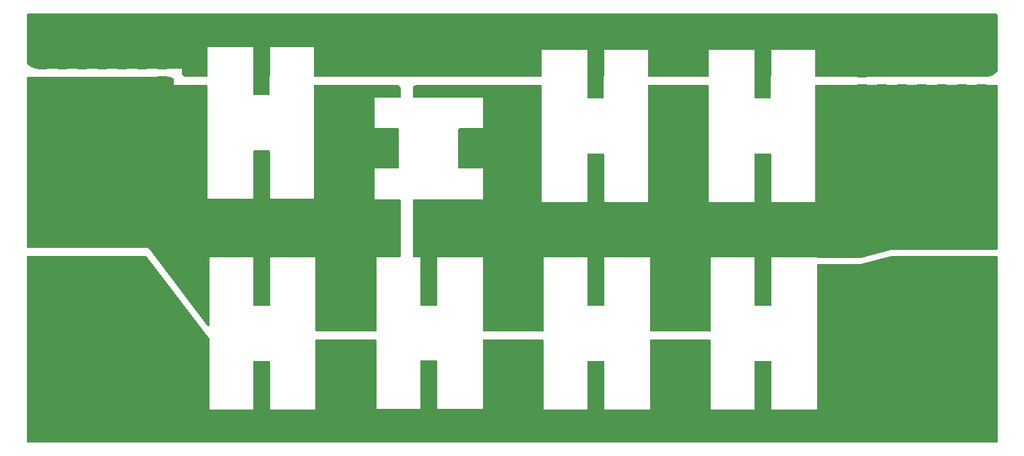
<source format=gbr>
%TF.GenerationSoftware,KiCad,Pcbnew,8.0.7*%
%TF.CreationDate,2025-01-31T21:54:53-05:00*%
%TF.ProjectId,filter_board,66696c74-6572-45f6-926f-6172642e6b69,rev?*%
%TF.SameCoordinates,Original*%
%TF.FileFunction,Copper,L1,Top*%
%TF.FilePolarity,Positive*%
%FSLAX46Y46*%
G04 Gerber Fmt 4.6, Leading zero omitted, Abs format (unit mm)*
G04 Created by KiCad (PCBNEW 8.0.7) date 2025-01-31 21:54:53*
%MOMM*%
%LPD*%
G01*
G04 APERTURE LIST*
G04 Aperture macros list*
%AMRoundRect*
0 Rectangle with rounded corners*
0 $1 Rounding radius*
0 $2 $3 $4 $5 $6 $7 $8 $9 X,Y pos of 4 corners*
0 Add a 4 corners polygon primitive as box body*
4,1,4,$2,$3,$4,$5,$6,$7,$8,$9,$2,$3,0*
0 Add four circle primitives for the rounded corners*
1,1,$1+$1,$2,$3*
1,1,$1+$1,$4,$5*
1,1,$1+$1,$6,$7*
1,1,$1+$1,$8,$9*
0 Add four rect primitives between the rounded corners*
20,1,$1+$1,$2,$3,$4,$5,0*
20,1,$1+$1,$4,$5,$6,$7,0*
20,1,$1+$1,$6,$7,$8,$9,0*
20,1,$1+$1,$8,$9,$2,$3,0*%
G04 Aperture macros list end*
%TA.AperFunction,ComponentPad*%
%ADD10C,4.000000*%
%TD*%
%TA.AperFunction,ComponentPad*%
%ADD11C,11.000000*%
%TD*%
%TA.AperFunction,SMDPad,CuDef*%
%ADD12RoundRect,0.250000X0.475000X-0.250000X0.475000X0.250000X-0.475000X0.250000X-0.475000X-0.250000X0*%
%TD*%
%TA.AperFunction,SMDPad,CuDef*%
%ADD13R,2.006600X7.416800*%
%TD*%
%TA.AperFunction,SMDPad,CuDef*%
%ADD14R,3.225800X4.953000*%
%TD*%
%TA.AperFunction,SMDPad,CuDef*%
%ADD15RoundRect,0.250000X0.450000X-0.262500X0.450000X0.262500X-0.450000X0.262500X-0.450000X-0.262500X0*%
%TD*%
%TA.AperFunction,ViaPad*%
%ADD16C,0.600000*%
%TD*%
G04 APERTURE END LIST*
D10*
%TO.P,J4,1,Pin_1*%
%TO.N,GND*%
X209000000Y-145800000D03*
%TD*%
%TO.P,J3,1,Pin_1*%
%TO.N,/VOUT*%
X209000000Y-126800000D03*
%TD*%
D11*
%TO.P,J1,2,Pin_2*%
%TO.N,GND*%
X209000000Y-137025000D03*
%TO.P,J1,1,Pin_1*%
%TO.N,/VOUT*%
X209000000Y-117975000D03*
%TD*%
%TO.P,J2,1,Pin_1*%
%TO.N,/VIN*%
X104000000Y-117975000D03*
%TO.P,J2,2,Pin_2*%
%TO.N,GND*%
X104000000Y-137025000D03*
%TD*%
D12*
%TO.P,C18,1*%
%TO.N,/VIN*%
X107500000Y-108987500D03*
%TO.P,C18,2*%
%TO.N,GND*%
X107500000Y-107087500D03*
%TD*%
%TO.P,C17,1*%
%TO.N,/VIN*%
X105000000Y-108987500D03*
%TO.P,C17,2*%
%TO.N,GND*%
X105000000Y-107087500D03*
%TD*%
D13*
%TO.P,C1,1*%
%TO.N,/VOUT*%
X167000000Y-121901800D03*
%TO.P,C1,2*%
%TO.N,GND*%
X167000000Y-107500000D03*
%TD*%
%TO.P,C5,1*%
%TO.N,/VOUT*%
X188000000Y-133549100D03*
%TO.P,C5,2*%
%TO.N,GND*%
X188000000Y-147950900D03*
%TD*%
D14*
%TO.P,L1,1,1*%
%TO.N,/VIN*%
X140602500Y-117500000D03*
%TO.P,L1,2,2*%
%TO.N,/VOUT*%
X151397500Y-117500000D03*
%TD*%
D13*
%TO.P,C2,1*%
%TO.N,/VOUT*%
X188000000Y-121901800D03*
%TO.P,C2,2*%
%TO.N,GND*%
X188000000Y-107500000D03*
%TD*%
%TO.P,C3,1*%
%TO.N,/VOUT*%
X146000000Y-133500000D03*
%TO.P,C3,2*%
%TO.N,GND*%
X146000000Y-147901800D03*
%TD*%
D12*
%TO.P,C11,1*%
%TO.N,/VOUT*%
X210500000Y-109900000D03*
%TO.P,C11,2*%
%TO.N,GND*%
X210500000Y-108000000D03*
%TD*%
D13*
%TO.P,C7,1*%
%TO.N,/VIN*%
X125000000Y-133549100D03*
%TO.P,C7,2*%
%TO.N,GND*%
X125000000Y-147950900D03*
%TD*%
%TO.P,C4,1*%
%TO.N,/VOUT*%
X167000000Y-133549100D03*
%TO.P,C4,2*%
%TO.N,GND*%
X167000000Y-147950900D03*
%TD*%
D12*
%TO.P,C10,1*%
%TO.N,/VOUT*%
X208000000Y-109900000D03*
%TO.P,C10,2*%
%TO.N,GND*%
X208000000Y-108000000D03*
%TD*%
%TO.P,C13,1*%
%TO.N,/VOUT*%
X215500000Y-109900000D03*
%TO.P,C13,2*%
%TO.N,GND*%
X215500000Y-108000000D03*
%TD*%
D13*
%TO.P,C6,1*%
%TO.N,/VIN*%
X125000000Y-121500000D03*
%TO.P,C6,2*%
%TO.N,GND*%
X125000000Y-107098200D03*
%TD*%
D12*
%TO.P,C15,1*%
%TO.N,/VIN*%
X100000000Y-108987500D03*
%TO.P,C15,2*%
%TO.N,GND*%
X100000000Y-107087500D03*
%TD*%
%TO.P,C12,1*%
%TO.N,/VOUT*%
X213000000Y-109900000D03*
%TO.P,C12,2*%
%TO.N,GND*%
X213000000Y-108000000D03*
%TD*%
%TO.P,C19,1*%
%TO.N,/VIN*%
X110000000Y-108987500D03*
%TO.P,C19,2*%
%TO.N,GND*%
X110000000Y-107087500D03*
%TD*%
%TO.P,C8,1*%
%TO.N,/VOUT*%
X202980000Y-109900000D03*
%TO.P,C8,2*%
%TO.N,GND*%
X202980000Y-108000000D03*
%TD*%
%TO.P,C9,1*%
%TO.N,/VOUT*%
X205500000Y-109900000D03*
%TO.P,C9,2*%
%TO.N,GND*%
X205500000Y-108000000D03*
%TD*%
D15*
%TO.P,R2,1*%
%TO.N,/VIN*%
X112500000Y-108912500D03*
%TO.P,R2,2*%
%TO.N,GND*%
X112500000Y-107087500D03*
%TD*%
D12*
%TO.P,C16,1*%
%TO.N,/VIN*%
X102500000Y-108987500D03*
%TO.P,C16,2*%
%TO.N,GND*%
X102500000Y-107087500D03*
%TD*%
D15*
%TO.P,R1,1*%
%TO.N,/VOUT*%
X200480000Y-109912500D03*
%TO.P,R1,2*%
%TO.N,GND*%
X200480000Y-108087500D03*
%TD*%
D12*
%TO.P,C14,1*%
%TO.N,/VIN*%
X97500000Y-108987500D03*
%TO.P,C14,2*%
%TO.N,GND*%
X97500000Y-107087500D03*
%TD*%
D16*
%TO.N,GND*%
X97000000Y-136000000D03*
X97000000Y-138500000D03*
X114500000Y-106500000D03*
X172000000Y-153500000D03*
X107000000Y-101500000D03*
X209500000Y-153500000D03*
X124500000Y-153500000D03*
X182000000Y-101500000D03*
X169500000Y-101500000D03*
X122000000Y-151000000D03*
X192000000Y-101500000D03*
X204500000Y-104000000D03*
X97000000Y-141000000D03*
X107000000Y-143500000D03*
X204500000Y-106500000D03*
X109500000Y-101500000D03*
X172000000Y-151000000D03*
X164500000Y-153500000D03*
X172000000Y-101500000D03*
X154500000Y-151000000D03*
X192000000Y-151000000D03*
X99500000Y-101500000D03*
X164500000Y-101500000D03*
X99500000Y-148500000D03*
X157000000Y-146000000D03*
X114500000Y-101500000D03*
X202000000Y-143500000D03*
X157000000Y-151000000D03*
X212000000Y-101500000D03*
X149500000Y-101500000D03*
X182000000Y-151000000D03*
X112000000Y-143500000D03*
X162000000Y-153500000D03*
X132000000Y-153500000D03*
X112000000Y-148500000D03*
X127000000Y-153500000D03*
X159500000Y-151000000D03*
X209500000Y-104000000D03*
X197000000Y-148500000D03*
X112000000Y-104000000D03*
X122000000Y-104000000D03*
X177000000Y-153500000D03*
X152000000Y-106500000D03*
X174500000Y-106500000D03*
X157000000Y-101500000D03*
X109500000Y-143500000D03*
X149500000Y-106500000D03*
X104500000Y-104000000D03*
X139500000Y-101500000D03*
X97000000Y-143500000D03*
X114500000Y-143500000D03*
X197000000Y-151000000D03*
X199500000Y-148500000D03*
X214500000Y-104000000D03*
X189500000Y-153500000D03*
X142000000Y-106500000D03*
X179500000Y-151000000D03*
X204500000Y-101500000D03*
X152000000Y-104000000D03*
X114500000Y-151000000D03*
X139500000Y-151000000D03*
X202000000Y-138500000D03*
X137000000Y-148500000D03*
X204500000Y-146000000D03*
X134500000Y-106500000D03*
X189500000Y-101500000D03*
X134500000Y-104000000D03*
X189500000Y-151000000D03*
X117000000Y-146000000D03*
X202000000Y-133500000D03*
X129500000Y-101500000D03*
X157000000Y-104000000D03*
X104500000Y-153500000D03*
X159500000Y-101500000D03*
X197000000Y-133500000D03*
X132000000Y-151000000D03*
X149500000Y-104000000D03*
X104500000Y-146000000D03*
X122000000Y-153500000D03*
X157000000Y-106500000D03*
X209500000Y-106500000D03*
X159500000Y-104000000D03*
X202000000Y-146000000D03*
X102000000Y-104000000D03*
X112000000Y-101500000D03*
X117000000Y-101500000D03*
X109500000Y-104000000D03*
X102000000Y-101500000D03*
X134500000Y-101500000D03*
X99500000Y-146000000D03*
X137000000Y-146000000D03*
X212000000Y-143500000D03*
X102000000Y-146000000D03*
X164500000Y-104000000D03*
X134500000Y-153500000D03*
X147000000Y-153500000D03*
X112000000Y-141000000D03*
X142000000Y-104000000D03*
X139500000Y-104000000D03*
X127000000Y-151000000D03*
X107000000Y-104000000D03*
X164500000Y-151000000D03*
X119500000Y-151000000D03*
X187000000Y-153500000D03*
X159500000Y-153500000D03*
X152000000Y-151000000D03*
X117000000Y-106500000D03*
X179500000Y-148500000D03*
X157000000Y-143500000D03*
X159500000Y-148500000D03*
X137000000Y-151000000D03*
X137000000Y-106500000D03*
X109500000Y-146000000D03*
X207000000Y-153500000D03*
X179500000Y-101500000D03*
X194500000Y-101500000D03*
X137000000Y-104000000D03*
X132000000Y-101500000D03*
X162000000Y-104000000D03*
X177000000Y-151000000D03*
X154500000Y-101500000D03*
X97000000Y-153500000D03*
X137000000Y-143500000D03*
X154500000Y-106500000D03*
X177000000Y-101500000D03*
X117000000Y-143500000D03*
X129500000Y-104000000D03*
X179500000Y-104000000D03*
X209500000Y-151000000D03*
X199500000Y-146000000D03*
X122000000Y-101500000D03*
X174500000Y-101500000D03*
X97000000Y-148500000D03*
X189500000Y-104000000D03*
X99500000Y-143500000D03*
X147000000Y-104000000D03*
X202000000Y-153500000D03*
X212000000Y-151000000D03*
X104500000Y-151000000D03*
X162000000Y-101500000D03*
X214500000Y-106500000D03*
X212000000Y-148500000D03*
X127000000Y-101500000D03*
X174500000Y-146000000D03*
X109500000Y-148500000D03*
X197000000Y-136000000D03*
X129500000Y-153500000D03*
X147000000Y-101500000D03*
X134500000Y-143500000D03*
X199500000Y-136000000D03*
X167000000Y-101500000D03*
X212000000Y-153500000D03*
X169500000Y-151000000D03*
X199500000Y-153500000D03*
X194500000Y-153500000D03*
X159500000Y-146000000D03*
X199500000Y-101500000D03*
X184500000Y-153500000D03*
X174500000Y-148500000D03*
X179500000Y-106500000D03*
X107000000Y-148500000D03*
X102000000Y-151000000D03*
X154500000Y-153500000D03*
X184500000Y-104000000D03*
X204500000Y-151000000D03*
X179500000Y-153500000D03*
X112000000Y-136000000D03*
X207000000Y-151000000D03*
X114500000Y-153500000D03*
X204500000Y-143500000D03*
X144500000Y-153500000D03*
X152000000Y-153500000D03*
X109500000Y-133500000D03*
X202000000Y-141000000D03*
X197000000Y-143500000D03*
X197000000Y-141000000D03*
X174500000Y-151000000D03*
X154500000Y-104000000D03*
X107000000Y-153500000D03*
X97000000Y-146000000D03*
X114500000Y-148500000D03*
X102000000Y-148500000D03*
X154500000Y-143500000D03*
X184500000Y-101500000D03*
X207000000Y-101500000D03*
X199500000Y-143500000D03*
X169500000Y-104000000D03*
X144500000Y-101500000D03*
X109500000Y-151000000D03*
X154500000Y-148500000D03*
X192000000Y-104000000D03*
X99500000Y-151000000D03*
X144500000Y-104000000D03*
X142000000Y-151000000D03*
X197000000Y-146000000D03*
X157000000Y-148500000D03*
X127000000Y-104000000D03*
X117000000Y-153500000D03*
X179500000Y-146000000D03*
X214500000Y-148500000D03*
X134500000Y-146000000D03*
X152000000Y-101500000D03*
X179500000Y-143500000D03*
X169500000Y-153500000D03*
X172000000Y-104000000D03*
X207000000Y-148500000D03*
X204500000Y-148500000D03*
X102000000Y-143500000D03*
X119500000Y-153500000D03*
X117000000Y-148500000D03*
X177000000Y-104000000D03*
X107000000Y-146000000D03*
X167000000Y-153500000D03*
X212000000Y-146000000D03*
X144500000Y-106500000D03*
X199500000Y-138500000D03*
X119500000Y-101500000D03*
X214500000Y-133500000D03*
X207000000Y-106500000D03*
X104500000Y-143500000D03*
X192000000Y-153500000D03*
X214500000Y-151000000D03*
X214500000Y-153500000D03*
X202000000Y-101500000D03*
X112000000Y-138500000D03*
X199500000Y-151000000D03*
X214500000Y-143500000D03*
X132000000Y-104000000D03*
X102000000Y-153500000D03*
X139500000Y-106500000D03*
X124500000Y-101500000D03*
X197000000Y-104000000D03*
X154500000Y-146000000D03*
X97000000Y-104000000D03*
X159500000Y-106500000D03*
X159500000Y-143500000D03*
X209500000Y-148500000D03*
X137000000Y-101500000D03*
X197000000Y-138500000D03*
X202000000Y-148500000D03*
X202000000Y-106500000D03*
X114500000Y-104000000D03*
X129500000Y-151000000D03*
X137000000Y-153500000D03*
X107000000Y-151000000D03*
X207000000Y-104000000D03*
X214500000Y-101500000D03*
X117000000Y-104000000D03*
X99500000Y-153500000D03*
X202000000Y-104000000D03*
X149500000Y-151000000D03*
X119500000Y-104000000D03*
X202000000Y-151000000D03*
X182000000Y-153500000D03*
X209500000Y-101500000D03*
X112000000Y-151000000D03*
X197000000Y-106500000D03*
X187000000Y-101500000D03*
X144500000Y-151000000D03*
X104500000Y-148500000D03*
X157000000Y-153500000D03*
X109500000Y-153500000D03*
X99500000Y-104000000D03*
X142000000Y-101500000D03*
X139500000Y-153500000D03*
X104500000Y-101500000D03*
X202000000Y-136000000D03*
X194500000Y-151000000D03*
X97000000Y-151000000D03*
X177000000Y-146000000D03*
X142000000Y-153500000D03*
X162000000Y-151000000D03*
X177000000Y-143500000D03*
X147000000Y-106500000D03*
X174500000Y-104000000D03*
X194500000Y-104000000D03*
X134500000Y-148500000D03*
X182000000Y-104000000D03*
X112000000Y-153500000D03*
X199500000Y-141000000D03*
X114500000Y-146000000D03*
X212000000Y-106500000D03*
X132000000Y-106500000D03*
X214500000Y-146000000D03*
X97000000Y-133500000D03*
X199500000Y-104000000D03*
X204500000Y-153500000D03*
X197000000Y-153500000D03*
X117000000Y-151000000D03*
X134500000Y-151000000D03*
X199500000Y-106500000D03*
X174500000Y-153500000D03*
X109500000Y-141000000D03*
X199500000Y-133500000D03*
X112000000Y-146000000D03*
X177000000Y-148500000D03*
X214500000Y-141000000D03*
X212000000Y-104000000D03*
X174500000Y-143500000D03*
X184500000Y-151000000D03*
X177000000Y-106500000D03*
X197000000Y-101500000D03*
X149500000Y-153500000D03*
X97000000Y-101500000D03*
%TD*%
%TA.AperFunction,Conductor*%
%TO.N,GND*%
G36*
X217337397Y-100520185D02*
G01*
X217358039Y-100536819D01*
X217463181Y-100641961D01*
X217496666Y-100703284D01*
X217499500Y-100729642D01*
X217499500Y-107770358D01*
X217479815Y-107837397D01*
X217463185Y-107858034D01*
X217321220Y-108000000D01*
X217315994Y-108005226D01*
X217302624Y-108016811D01*
X217088380Y-108177193D01*
X217073496Y-108186758D01*
X216838617Y-108315011D01*
X216822524Y-108322361D01*
X216571770Y-108415888D01*
X216554794Y-108420872D01*
X216293297Y-108477757D01*
X216275785Y-108480275D01*
X216004418Y-108499684D01*
X215995572Y-108500000D01*
X194674400Y-108500000D01*
X194607361Y-108480315D01*
X194561606Y-108427511D01*
X194550400Y-108376000D01*
X194550400Y-105150500D01*
X189054100Y-105150500D01*
X189054100Y-108376000D01*
X189034415Y-108443039D01*
X188981611Y-108488794D01*
X188930100Y-108500000D01*
X187069900Y-108500000D01*
X187002861Y-108480315D01*
X186957106Y-108427511D01*
X186945900Y-108376000D01*
X186945900Y-105150500D01*
X181199600Y-105150500D01*
X181199600Y-108376000D01*
X181179915Y-108443039D01*
X181127111Y-108488794D01*
X181075600Y-108500000D01*
X173674400Y-108500000D01*
X173607361Y-108480315D01*
X173561606Y-108427511D01*
X173550400Y-108376000D01*
X173550400Y-105150500D01*
X168054100Y-105150500D01*
X168054100Y-108376000D01*
X168034415Y-108443039D01*
X167981611Y-108488794D01*
X167930100Y-108500000D01*
X166069900Y-108500000D01*
X166002861Y-108480315D01*
X165957106Y-108427511D01*
X165945900Y-108376000D01*
X165945900Y-105150500D01*
X160199600Y-105150500D01*
X160199600Y-108376000D01*
X160179915Y-108443039D01*
X160127111Y-108488794D01*
X160075600Y-108500000D01*
X131674400Y-108500000D01*
X131607361Y-108480315D01*
X131561606Y-108427511D01*
X131550400Y-108376000D01*
X131550400Y-104748700D01*
X126054100Y-104748700D01*
X126054100Y-108376000D01*
X126034415Y-108443039D01*
X125981611Y-108488794D01*
X125930100Y-108500000D01*
X124069900Y-108500000D01*
X124002861Y-108480315D01*
X123957106Y-108427511D01*
X123945900Y-108376000D01*
X123945900Y-104748700D01*
X118199600Y-104748700D01*
X118199600Y-108376000D01*
X118179915Y-108443039D01*
X118127111Y-108488794D01*
X118075600Y-108500000D01*
X115508126Y-108500000D01*
X115491941Y-108498939D01*
X115478917Y-108497224D01*
X115386775Y-108485093D01*
X115355508Y-108476715D01*
X115265081Y-108439259D01*
X115237048Y-108423074D01*
X115159398Y-108363491D01*
X115136508Y-108340601D01*
X115076925Y-108262951D01*
X115060740Y-108234918D01*
X115023284Y-108144491D01*
X115014906Y-108113223D01*
X115000000Y-108000000D01*
X115000000Y-107500000D01*
X114500000Y-107500000D01*
X114499993Y-107500000D01*
X97004428Y-107500000D01*
X96995582Y-107499684D01*
X96724214Y-107480275D01*
X96706702Y-107477757D01*
X96445205Y-107420872D01*
X96428229Y-107415888D01*
X96177475Y-107322361D01*
X96161382Y-107315011D01*
X95926503Y-107186758D01*
X95911619Y-107177193D01*
X95697375Y-107016811D01*
X95684005Y-107005225D01*
X95536819Y-106858039D01*
X95503334Y-106796716D01*
X95500500Y-106770358D01*
X95500500Y-100729642D01*
X95520185Y-100662603D01*
X95536819Y-100641961D01*
X95641961Y-100536819D01*
X95703284Y-100503334D01*
X95729642Y-100500500D01*
X217270358Y-100500500D01*
X217337397Y-100520185D01*
G37*
%TD.AperFunction*%
%TD*%
%TA.AperFunction,Conductor*%
%TO.N,/VIN*%
G36*
X113508059Y-108501061D02*
G01*
X113613223Y-108514906D01*
X113644491Y-108523284D01*
X113734918Y-108560740D01*
X113762952Y-108576925D01*
X113840602Y-108636509D01*
X113863491Y-108659398D01*
X113923074Y-108737048D01*
X113939259Y-108765081D01*
X113976715Y-108855508D01*
X113985093Y-108886775D01*
X113997840Y-108983593D01*
X114000000Y-109000000D01*
X114000000Y-109500000D01*
X118075600Y-109500000D01*
X118142639Y-109519685D01*
X118188394Y-109572489D01*
X118199600Y-109624000D01*
X118199600Y-123849500D01*
X123945900Y-123849500D01*
X123945900Y-117864800D01*
X123965585Y-117797761D01*
X124018389Y-117752006D01*
X124069900Y-117740800D01*
X125930100Y-117740800D01*
X125997139Y-117760485D01*
X126042894Y-117813289D01*
X126054100Y-117864800D01*
X126054100Y-123849500D01*
X131550400Y-123849500D01*
X131550400Y-109624000D01*
X131570085Y-109556961D01*
X131622889Y-109511206D01*
X131674400Y-109500000D01*
X139192800Y-109500000D01*
X141991874Y-109500000D01*
X142008059Y-109501061D01*
X142113223Y-109514906D01*
X142144491Y-109523284D01*
X142234918Y-109560740D01*
X142262952Y-109576925D01*
X142340602Y-109636509D01*
X142363491Y-109659398D01*
X142423074Y-109737048D01*
X142439259Y-109765081D01*
X142476715Y-109855508D01*
X142485093Y-109886775D01*
X142498939Y-109991939D01*
X142500000Y-110008125D01*
X142500000Y-110975200D01*
X142480315Y-111042239D01*
X142427511Y-111087994D01*
X142376000Y-111099200D01*
X139192800Y-111099200D01*
X139192800Y-114972700D01*
X142142200Y-114972700D01*
X142209239Y-114992385D01*
X142254994Y-115045189D01*
X142266200Y-115096700D01*
X142266200Y-119903300D01*
X142246515Y-119970339D01*
X142193711Y-120016094D01*
X142142200Y-120027300D01*
X139192800Y-120027300D01*
X139192800Y-123900800D01*
X142376000Y-123900800D01*
X142443039Y-123920485D01*
X142488794Y-123973289D01*
X142500000Y-124024800D01*
X142500000Y-131026500D01*
X142480315Y-131093539D01*
X142427511Y-131139294D01*
X142376000Y-131150500D01*
X139449600Y-131150500D01*
X139449600Y-140376000D01*
X139429915Y-140443039D01*
X139377111Y-140488794D01*
X139325600Y-140500000D01*
X131924400Y-140500000D01*
X131857361Y-140480315D01*
X131811606Y-140427511D01*
X131800400Y-140376000D01*
X131800400Y-131199600D01*
X126054100Y-131199600D01*
X126054100Y-137184300D01*
X126034415Y-137251339D01*
X125981611Y-137297094D01*
X125930100Y-137308300D01*
X124069900Y-137308300D01*
X124002861Y-137288615D01*
X123957106Y-137235811D01*
X123945900Y-137184300D01*
X123945900Y-131199600D01*
X118449600Y-131199600D01*
X118449600Y-139738368D01*
X118429915Y-139805407D01*
X118377111Y-139851162D01*
X118307953Y-139861106D01*
X118244397Y-139832081D01*
X118226966Y-139813517D01*
X111663981Y-131199600D01*
X110900079Y-130196978D01*
X110900077Y-130196976D01*
X110750000Y-130000000D01*
X110502364Y-130000000D01*
X95624500Y-130000000D01*
X95557461Y-129980315D01*
X95511706Y-129927511D01*
X95500500Y-129876000D01*
X95500500Y-108624000D01*
X95520185Y-108556961D01*
X95572989Y-108511206D01*
X95624500Y-108500000D01*
X113491874Y-108500000D01*
X113508059Y-108501061D01*
G37*
%TD.AperFunction*%
%TD*%
%TA.AperFunction,Conductor*%
%TO.N,GND*%
G36*
X110505625Y-131019685D02*
G01*
X110537220Y-131048851D01*
X118424234Y-141400557D01*
X118449205Y-141465812D01*
X118449600Y-141475706D01*
X118449600Y-150300400D01*
X123945900Y-150300400D01*
X123945900Y-144315700D01*
X123965585Y-144248661D01*
X124018389Y-144202906D01*
X124069900Y-144191700D01*
X125930100Y-144191700D01*
X125997139Y-144211385D01*
X126042894Y-144264189D01*
X126054100Y-144315700D01*
X126054100Y-150300400D01*
X131800400Y-150300400D01*
X131800400Y-141624000D01*
X131820085Y-141556961D01*
X131872889Y-141511206D01*
X131924400Y-141500000D01*
X139325600Y-141500000D01*
X139392639Y-141519685D01*
X139438394Y-141572489D01*
X139449600Y-141624000D01*
X139449600Y-150251300D01*
X144945900Y-150251300D01*
X144945900Y-144266600D01*
X144965585Y-144199561D01*
X145018389Y-144153806D01*
X145069900Y-144142600D01*
X146930100Y-144142600D01*
X146997139Y-144162285D01*
X147042894Y-144215089D01*
X147054100Y-144266600D01*
X147054100Y-150251300D01*
X152800400Y-150251300D01*
X152800400Y-141624000D01*
X152820085Y-141556961D01*
X152872889Y-141511206D01*
X152924400Y-141500000D01*
X160325600Y-141500000D01*
X160392639Y-141519685D01*
X160438394Y-141572489D01*
X160449600Y-141624000D01*
X160449600Y-150300400D01*
X165945900Y-150300400D01*
X165945900Y-144315700D01*
X165965585Y-144248661D01*
X166018389Y-144202906D01*
X166069900Y-144191700D01*
X167930100Y-144191700D01*
X167997139Y-144211385D01*
X168042894Y-144264189D01*
X168054100Y-144315700D01*
X168054100Y-150300400D01*
X173800400Y-150300400D01*
X173800400Y-141624000D01*
X173820085Y-141556961D01*
X173872889Y-141511206D01*
X173924400Y-141500000D01*
X181325600Y-141500000D01*
X181392639Y-141519685D01*
X181438394Y-141572489D01*
X181449600Y-141624000D01*
X181449600Y-150300400D01*
X186945900Y-150300400D01*
X186945900Y-144315700D01*
X186965585Y-144248661D01*
X187018389Y-144202906D01*
X187069900Y-144191700D01*
X188930100Y-144191700D01*
X188997139Y-144211385D01*
X189042894Y-144264189D01*
X189054100Y-144315700D01*
X189054100Y-150300400D01*
X194800400Y-150300400D01*
X194800400Y-132124000D01*
X194820085Y-132056961D01*
X194872889Y-132011206D01*
X194924400Y-132000000D01*
X200250000Y-132000000D01*
X204235192Y-131003702D01*
X204265266Y-131000000D01*
X217375500Y-131000000D01*
X217442539Y-131019685D01*
X217488294Y-131072489D01*
X217499500Y-131124000D01*
X217499500Y-154375500D01*
X217479815Y-154442539D01*
X217427011Y-154488294D01*
X217375500Y-154499500D01*
X95624500Y-154499500D01*
X95557461Y-154479815D01*
X95511706Y-154427011D01*
X95500500Y-154375500D01*
X95500500Y-131124000D01*
X95520185Y-131056961D01*
X95572989Y-131011206D01*
X95624500Y-131000000D01*
X110438586Y-131000000D01*
X110505625Y-131019685D01*
G37*
%TD.AperFunction*%
%TD*%
%TA.AperFunction,Conductor*%
%TO.N,/VOUT*%
G36*
X160142639Y-109519685D02*
G01*
X160188394Y-109572489D01*
X160199600Y-109624000D01*
X160199600Y-124251300D01*
X165945900Y-124251300D01*
X165945900Y-118266600D01*
X165965585Y-118199561D01*
X166018389Y-118153806D01*
X166069900Y-118142600D01*
X167930100Y-118142600D01*
X167997139Y-118162285D01*
X168042894Y-118215089D01*
X168054100Y-118266600D01*
X168054100Y-124251300D01*
X173550400Y-124251300D01*
X173550400Y-109624000D01*
X173570085Y-109556961D01*
X173622889Y-109511206D01*
X173674400Y-109500000D01*
X181075600Y-109500000D01*
X181142639Y-109519685D01*
X181188394Y-109572489D01*
X181199600Y-109624000D01*
X181199600Y-124251300D01*
X186945900Y-124251300D01*
X186945900Y-118266600D01*
X186965585Y-118199561D01*
X187018389Y-118153806D01*
X187069900Y-118142600D01*
X188930100Y-118142600D01*
X188997139Y-118162285D01*
X189042894Y-118215089D01*
X189054100Y-118266600D01*
X189054100Y-124251300D01*
X194550400Y-124251300D01*
X194550400Y-109624000D01*
X194570085Y-109556961D01*
X194622889Y-109511206D01*
X194674400Y-109500000D01*
X217375500Y-109500000D01*
X217442539Y-109519685D01*
X217488294Y-109572489D01*
X217499500Y-109624000D01*
X217499500Y-130126000D01*
X217479815Y-130193039D01*
X217427011Y-130238794D01*
X217375500Y-130250000D01*
X204250000Y-130250000D01*
X204190288Y-130264928D01*
X200313400Y-131234149D01*
X200305983Y-131235764D01*
X200257017Y-131244864D01*
X200241950Y-131246718D01*
X200192232Y-131249767D01*
X200184642Y-131250000D01*
X194868667Y-131250000D01*
X194859747Y-131248609D01*
X194824917Y-131224117D01*
X194800400Y-131199600D01*
X189054100Y-131199600D01*
X189054100Y-137184300D01*
X189034415Y-137251339D01*
X188981611Y-137297094D01*
X188930100Y-137308300D01*
X187069900Y-137308300D01*
X187002861Y-137288615D01*
X186957106Y-137235811D01*
X186945900Y-137184300D01*
X186945900Y-131199600D01*
X181449600Y-131199600D01*
X181449600Y-140376000D01*
X181429915Y-140443039D01*
X181377111Y-140488794D01*
X181325600Y-140500000D01*
X173924400Y-140500000D01*
X173857361Y-140480315D01*
X173811606Y-140427511D01*
X173800400Y-140376000D01*
X173800400Y-131199600D01*
X168054100Y-131199600D01*
X168054100Y-137184300D01*
X168034415Y-137251339D01*
X167981611Y-137297094D01*
X167930100Y-137308300D01*
X166069900Y-137308300D01*
X166002861Y-137288615D01*
X165957106Y-137235811D01*
X165945900Y-137184300D01*
X165945900Y-131199600D01*
X160449600Y-131199600D01*
X160449600Y-140376000D01*
X160429915Y-140443039D01*
X160377111Y-140488794D01*
X160325600Y-140500000D01*
X152924400Y-140500000D01*
X152857361Y-140480315D01*
X152811606Y-140427511D01*
X152800400Y-140376000D01*
X152800400Y-131150500D01*
X147054100Y-131150500D01*
X147054100Y-137135200D01*
X147034415Y-137202239D01*
X146981611Y-137247994D01*
X146930100Y-137259200D01*
X145069900Y-137259200D01*
X145002861Y-137239515D01*
X144957106Y-137186711D01*
X144945900Y-137135200D01*
X144945900Y-131150500D01*
X144124000Y-131150500D01*
X144056961Y-131130815D01*
X144011206Y-131078011D01*
X144000000Y-131026500D01*
X144000000Y-124024800D01*
X144019685Y-123957761D01*
X144072489Y-123912006D01*
X144124000Y-123900800D01*
X152807200Y-123900800D01*
X152807200Y-120027300D01*
X149857800Y-120027300D01*
X149790761Y-120007615D01*
X149745006Y-119954811D01*
X149733800Y-119903300D01*
X149733800Y-115096700D01*
X149753485Y-115029661D01*
X149806289Y-114983906D01*
X149857800Y-114972700D01*
X152807200Y-114972700D01*
X152807200Y-111099200D01*
X144124000Y-111099200D01*
X144056961Y-111079515D01*
X144011206Y-111026711D01*
X144000000Y-110975200D01*
X144000000Y-110008125D01*
X144001061Y-109991940D01*
X144014906Y-109886776D01*
X144023284Y-109855508D01*
X144060740Y-109765081D01*
X144076923Y-109737050D01*
X144136513Y-109659392D01*
X144159392Y-109636513D01*
X144237050Y-109576923D01*
X144265079Y-109560740D01*
X144355509Y-109523283D01*
X144386775Y-109514906D01*
X144491941Y-109501061D01*
X144508126Y-109500000D01*
X160075600Y-109500000D01*
X160142639Y-109519685D01*
G37*
%TD.AperFunction*%
%TD*%
M02*

</source>
